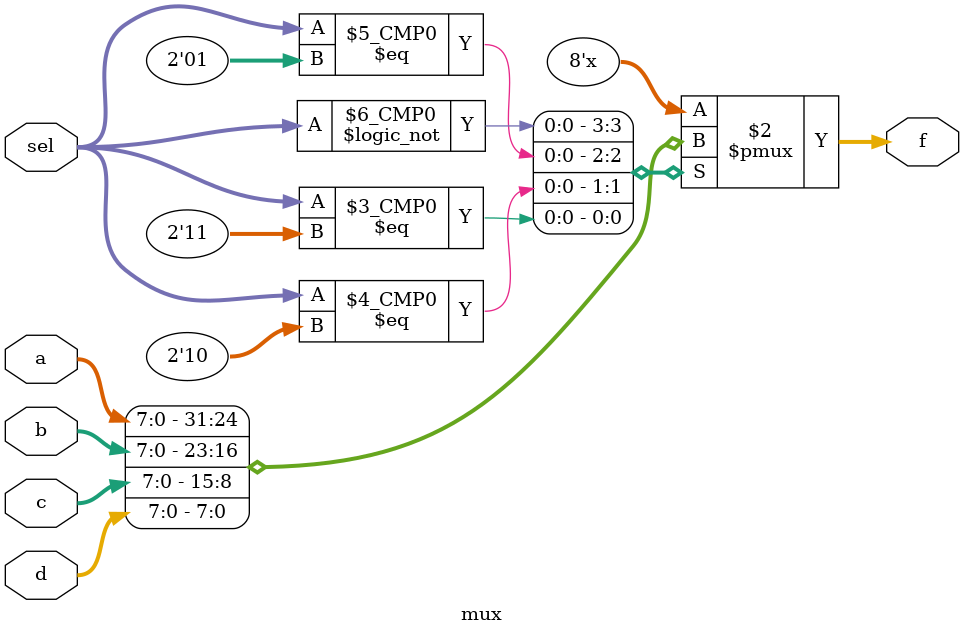
<source format=sv>
module mux(
	input reg [7:0] a,
	input reg [7:0] b,
	input reg [7:0] c,
	input reg [7:0] d,
	input reg [1:0] sel,
	output reg [7:0] f
);	
	//Using case statement
	always @(a,b,c,d,sel) begin
		case(sel)
			2'b00: f = a; 
			2'b01: f = b;
			2'b10: f = c;
			2'b11: f = d;
			default: f = 8'b0;
		endcase
	end
	
endmodule


</source>
